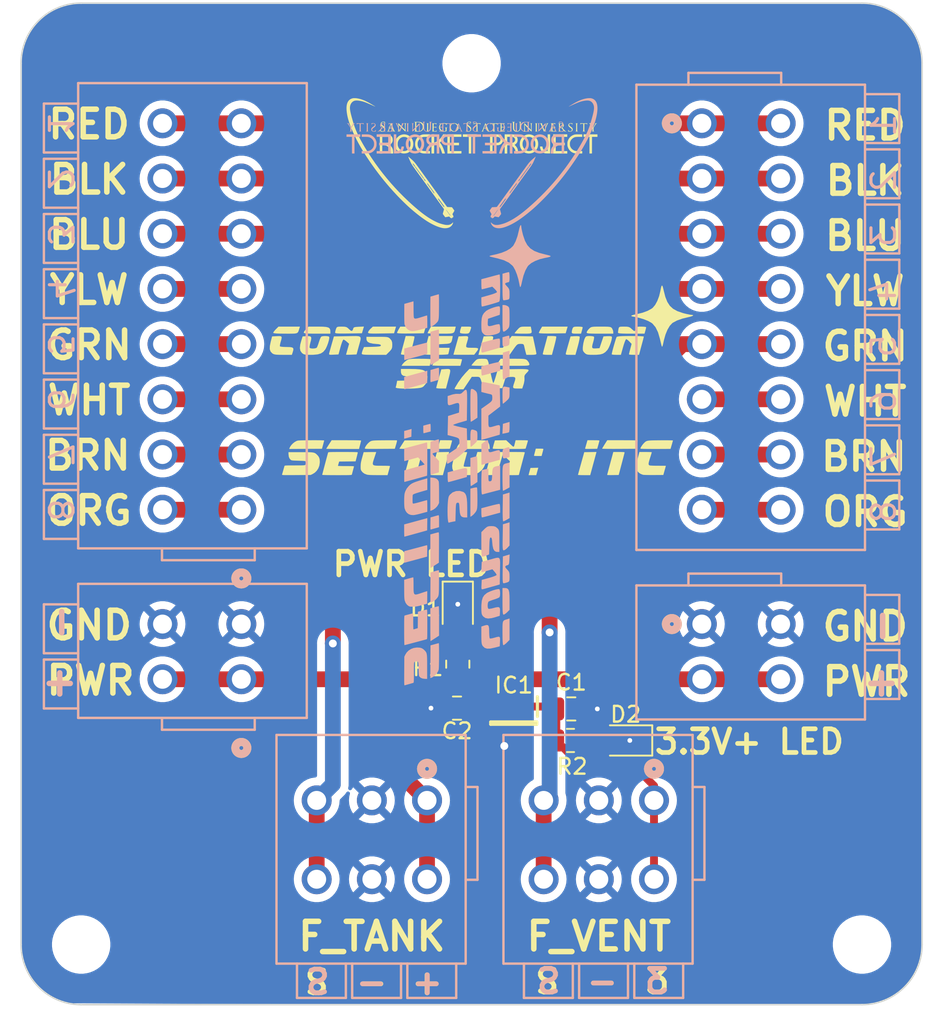
<source format=kicad_pcb>
(kicad_pcb (version 20240108) (generator "pcbnew") (generator_version "8.0")
  (layers (0 "F.Cu" signal) (31 "B.Cu" power) (34 "B.Paste" user) (35 "F.Paste" user) (36 "B.SilkS" user "B.Silkscreen") (37 "F.SilkS" user "F.Silkscreen") (38 "B.Mask" user) (39 "F.Mask" user) (44 "Edge.Cuts" user))
  (net 0 "")
  (net 1 "+3.3V")
  (net 2 "GND")
  (net 3 "VBUS")
  (net 4 "Net-(D1-A)")
  (net 5 "Net-(D2-A)")
  (net 6 "MOV")
  (net 7 "ENG_CHAMBER")
  (net 8 "MFV")
  (net 9 "unconnected-(J2-7_1-Pad13)")
  (net 10 "unconnected-(J2-8_1-Pad15)")
  (net 11 "unconnected-(J2-6_1-Pad11)")
  (net 12 "F_VENT")
  (net 13 "F_TANK")
  (net 14 "unconnected-(J1-2_1-Pad3)")
  (net 15 "unconnected-(J1-1_1-Pad1)")
  (net 16 "unconnected-(J1-3_1-Pad5)")
  (net 17 "unconnected-(J1-5_1-Pad9)")
  (net 18 "unconnected-(J1-4_1-Pad7)")
  (footprint "MountingHole:MountingHole_3.2mm_M3" (layer "F.Cu") (at 78.74 85.09)
    (property "Reference" "H2" (hide yes))
    (property "Value" "MountingHole")
    (pad "" np_thru_hole circle (at 0 0) (size 3.2 3.2) (drill 3.2) (layers "*.Cu" "*.Mask"))
  )
  (footprint "LOGO" (layer "F.Cu") (at 54.335163 54.241884)
    (property "Reference" "G***" (hide yes))
    (property "Value" "LOGO" (hide yes))
  )
  (footprint "Resistor_SMD:R_0805_2012Metric" (layer "F.Cu") (at 53.1 67.3125 90)
    (property "Reference" "R1" (at -0.2375 -1.9 0) (layer "F.SilkS"))
    (property "Value" "470")
    (pad "1" smd roundrect (at -0.9125 0 90) (size 1.025 1.4) (layers "F.Cu" "F.Paste" "F.Mask") (roundrect_rratio 0.243902) (net 3 "VBUS"))
    (pad "2" smd roundrect (at 0.9125 0 90) (size 1.025 1.4) (layers "F.Cu" "F.Paste" "F.Mask") (roundrect_rratio 0.243902) (net 4 "Net-(D1-A)"))
  )
  (footprint "SDSU RP:RP_Logo" (layer "F.Cu") (at 54 35.55)
    (property "Reference" "G***" (hide yes))
    (property "Value" "LOGO" (hide yes))
  )
  (footprint "TLV76033DBZR:SOT95P237X112-3N" (layer "F.Cu") (at 56.65 71.05 -90)
    (property "Reference" "IC1" (at -2.4 0 0) (layer "F.SilkS"))
    (property "Value" "TLV76033DBZR" (hide yes))
    (pad "1" smd rect (at -1.050001 -0.95) (size 0.6 1.25) (layers "F.Cu" "F.Paste" "F.Mask") (net 1 "+3.3V"))
    (pad "2" smd rect (at -1.050001 0.95) (size 0.6 1.25) (layers "F.Cu" "F.Paste" "F.Mask") (net 3 "VBUS"))
    (pad "3" smd rect (at 1.05 0) (size 0.6 1.25) (layers "F.Cu" "F.Paste" "F.Mask") (net 2 "GND"))
  )
  (footprint "Capacitor_SMD:C_0805_2012Metric" (layer "F.Cu") (at 53.05 70.1 180)
    (property "Reference" "C2" (at 0 -1.45 0) (layer "F.SilkS"))
    (property "Value" "0.1uF")
    (pad "1" smd roundrect (at -0.949999 0 180) (size 1 1.45) (layers "F.Cu" "F.Paste" "F.Mask") (net 3 "VBUS"))
    (pad "2" smd roundrect (at 0.949999 0 180) (size 1 1.45) (layers "F.Cu" "F.Paste" "F.Mask") (net 2 "GND"))
  )
  (footprint "MountingHole:MountingHole_3.2mm_M3" (layer "F.Cu") (at 29.21 85.09)
    (property "Reference" "H1" (hide yes))
    (property "Value" "MountingHole")
    (pad "" np_thru_hole circle (at 0 0) (size 3.2 3.2) (drill 3.2) (layers "*.Cu" "*.Mask"))
  )
  (footprint "Resistor_SMD:R_0805_2012Metric" (layer "F.Cu") (at 60.249998 72.15)
    (property "Reference" "R2" (at 0.100002 1.65 0) (layer "F.SilkS"))
    (property "Value" "75")
    (pad "1" smd roundrect (at -0.9125 0) (size 1.025 1.4) (layers "F.Cu" "F.Paste" "F.Mask") (roundrect_rratio 0.243902) (net 1 "+3.3V"))
    (pad "2" smd roundrect (at 0.9125 0) (size 1.025 1.4) (layers "F.Cu" "F.Paste" "F.Mask") (roundrect_rratio 0.243902) (net 5 "Net-(D2-A)"))
  )
  (footprint "LED_SMD:LED_0805_2012Metric" (layer "F.Cu") (at 53.1 63.7625 -90)
    (property "Reference" "D1" (at 0 2.05 0) (layer "F.SilkS"))
    (property "Value" "GREEN")
    (pad "1" smd roundrect (at -0.937501 0 270) (size 0.975 1.4) (layers "F.Cu" "F.Paste" "F.Mask") (net 2 "GND"))
    (pad "2" smd roundrect (at 0.937501 0 270) (size 0.975 1.4) (layers "F.Cu" "F.Paste" "F.Mask") (net 4 "Net-(D1-A)"))
  )
  (footprint "LOGO" (layer "F.Cu") (at 54.810222 46.307107)
    (property "Reference" "G***" (hide yes))
    (property "Value" "LOGO" (hide yes))
  )
  (footprint "LED_SMD:LED_0805_2012Metric" (layer "F.Cu") (at 63.749999 72.15 180)
    (property "Reference" "D2" (at 0 1.65 180) (layer "F.SilkS"))
    (property "Value" "RED")
    (pad "1" smd roundrect (at -0.937501 0 180) (size 0.975 1.4) (layers "F.Cu" "F.Paste" "F.Mask") (net 2 "GND"))
    (pad "2" smd roundrect (at 0.937501 0 180) (size 0.975 1.4) (layers "F.Cu" "F.Paste" "F.Mask") (net 5 "Net-(D2-A)"))
  )
  (footprint "Capacitor_SMD:C_0805_2012Metric" (layer "F.Cu") (at 60.299999 70.15)
    (property "Reference" "C1" (at 0 -1.679999 0) (layer "F.SilkS"))
    (property "Value" "0.1uF")
    (pad "1" smd roundrect (at -0.949999 0) (size 1 1.45) (layers "F.Cu" "F.Paste" "F.Mask") (net 1 "+3.3V"))
    (pad "2" smd roundrect (at 0.949999 0) (size 1 1.45) (layers "F.Cu" "F.Paste" "F.Mask") (net 2 "GND"))
  )
  (footprint "MountingHole:MountingHole_3.2mm_M3" (layer "F.Cu") (at 53.975 29.21)
    (property "Reference" "H3" (hide yes))
    (property "Value" "MountingHole")
    (pad "" np_thru_hole circle (at 0 0) (size 3.2 3.2) (drill 3.2) (layers "*.Cu" "*.Mask"))
  )
  (footprint "Wago_2601_1108:CONN8_2601-1108_WAG" (layer "B.Cu") (at 39.37 57.520005 90)
    (property "Reference" "J1" (hide yes))
    (property "Value" "SIGNAL_OUT")
    (pad "1" thru_hole circle (at 0 0 90) (size 1.9 1.9) (drill 1.2) (layers "*.Cu" "*.Mask") (net 15 "unconnected-(J1-1_1-Pad1)"))
    (pad "2" thru_hole circle (at 0 -5 90) (size 1.9 1.9) (drill 1.2) (layers "*.Cu" "*.Mask") (net 15 "unconnected-(J1-1_1-Pad1)"))
    (pad "3" thru_hole circle (at 3.5 0 90) (size 1.9 1.9) (drill 1.2) (layers "*.Cu" "*.Mask") (net 14 "unconnected-(J1-2_1-Pad3)"))
    (pad "4" thru_hole circle (at 3.500001 -4.999999 90) (size 1.9 1.9) (drill 1.2) (layers "*.Cu" "*.Mask") (net 14 "unconnected-(J1-2_1-Pad3)"))
    (pad "5" thru_hole circle (at 7.000002 0 90) (size 1.9 1.9) (drill 1.2) (layers "*.Cu" "*.Mask") (net 16 "unconnected-(J1-3_1-Pad5)"))
    (pad "6" thru_hole circle (at 7.000002 -5 90) (size 1.9 1.9) (drill 1.2) (layers "*.Cu" "*.Mask") (net 16 "unconnected-(J1-3_1-Pad5)"))
    (pad "7" thru_hole circle (at 10.500003 0 90) (size 1.9 1.9) (drill 1.2) (layers "*.Cu" "*.Mask") (net 18 "unconnected-(J1-4_1-Pad7)"))
    (pad "8" thru_hole circle (at 10.500003 -5 90) (size 1.9 1.9) (drill 1.2) (layers "*.Cu" "*.Mask") (net 18 "unconnected-(J1-4_1-Pad7)"))
    (pad "9" thru_hole circle (at 14.000003 0 90) (size 1.9 1.9) (drill 1.2) (layers "*.Cu" "*.Mask") (net 17 "unconnected-(J1-5_1-Pad9)"))
    (pad "10" thru_hole circle (at 14.000003 -5 90) (size 1.9 1.9) (drill 1.2) (layers "*.Cu" "*.Mask") (net 17 "unconnected-(J1-5_1-Pad9)"))
    (pad "11" thru_hole circle (at 17.500003 0 90) (size 1.9 1.9) (drill 1.2) (layers "*.Cu" "*.Mask") (net 8 "MFV"))
    (pad "12" thru_hole circle (at 17.500003 -5 90) (size 1.9 1.9) (drill 1.2) (layers "*.Cu" "*.Mask") (net 8 "MFV"))
    (pad "13" thru_hole circle (at 21.000004 0 90) (size 1.9 1.9) (drill 1.2) (layers "*.Cu" "*.Mask") (net 6 "MOV"))
    (pad "14" thru_hole circle (at 21.000004 -5 90) (size 1.9 1.9) (drill 1.2) (layers "*.Cu" "*.Mask") (net 6 "MOV"))
    (pad "15" thru_hole circle (at 24.500005 0 90) (size 1.9 1.9) (drill 1.2) (layers "*.Cu" "*.Mask") (net 7 "ENG_CHAMBER"))
    (pad "16" thru_hole circle (at 24.500005 -5 90) (size 1.9 1.9) (drill 1.2) (layers "*.Cu" "*.Mask") (net 7 "ENG_CHAMBER"))
  )
  (footprint "Wago_2601_1102:CONN2_2601-1102_WAG" (layer "B.Cu") (at 68.58 64.77 -90)
    (property "Reference" "J4" (hide yes))
    (property "Value" "PWR IN")
    (pad "1" thru_hole circle (at 0 0 270) (size 1.9 1.9) (drill 1.2) (layers "*.Cu" "*.Mask") (net 2 "GND"))
    (pad "2" thru_hole circle (at 0 -5 270) (size 1.9 1.9) (drill 1.2) (layers "*.Cu" "*.Mask") (net 2 "GND"))
    (pad "3" thru_hole circle (at 3.5 0 270) (size 1.9 1.9) (drill 1.2) (layers "*.Cu" "*.Mask") (net 3 "VBUS"))
    (pad "4" thru_hole circle (at 3.5 -5 270) (size 1.9 1.9) (drill 1.2) (layers "*.Cu" "*.Mask") (net 3 "VBUS"))
  )
  (footprint "Wago_2601_1102:CONN2_2601-1102_WAG" (layer "B.Cu") (at 39.37 68.27 90)
    (property "Reference" "J3" (hide yes))
    (property "Value" "PWR IN")
    (pad "1" thru_hole circle (at 0 0 90) (size 1.9 1.9) (drill 1.2) (layers "*.Cu" "*.Mask") (net 3 "VBUS"))
    (pad "2" thru_hole circle (at 0 -5 90) (size 1.9 1.9) (drill 1.2) (layers "*.Cu" "*.Mask") (net 3 "VBUS"))
    (pad "3" thru_hole circle (at 3.5 0 90) (size 1.9 1.9) (drill 1.2) (layers "*.Cu" "*.Mask") (net 2 "GND"))
    (pad "4" thru_hole circle (at 3.5 -5 90) (size 1.9 1.9) (drill 1.2) (layers "*.Cu" "*.Mask") (net 2 "GND"))
  )
  (footprint "Wago_2601_1103:CONN3_2601-1103_WAG" (layer "B.Cu") (at 51.15 75.95 180)
    (property "Reference" "J6" (hide yes))
    (property "Value" "PT_1")
    (pad "1" thru_hole circle (at 0 0 180) (size 1.9 1.9) (drill 1.2) (layers "*.Cu" "*.Mask") (net 3 "VBUS"))
    (pad "2" thru_hole circle (at 0 -5 180) (size 1.9 1.9) (drill 1.2) (layers "*.Cu" "*.Mask") (net 3 "VBUS"))
    (pad "3" thru_hole circle (at 3.5 0 180) (size 1.9 1.9) (drill 1.2) (layers "*.Cu" "*.Mask") (net 2 "GND"))
    (pad "4" thru_hole circle (at 3.5 -5 180) (size 1.9 1.9) (drill 1.2) (layers "*.Cu" "*.Mask") (net 2 "GND"))
    (pad "5" thru_hole circle (at 7.000001 0 180) (size 1.9 1.9) (drill 1.2) (layers "*.Cu" "*.Mask") (net 13 "F_TANK"))
    (pad "6" thru_hole circle (at 7.000001 -5 180) (size 1.9 1.9) (drill 1.2) (layers "*.Cu" "*.Mask") (net 13 "F_TANK"))
  )
  (footprint "LOGO" (layer "B.Cu") (at 55.986016 52.691485 90)
    (property "Reference" "G***" (hide yes))
    (property "Value" "LOGO" (hide yes))
  )
  (footprint "Wago_2601_1108:CONN8_2601-1108_WAG" (layer "B.Cu") (at 68.58 33.02 -90)
    (property "Reference" "J2" (hide yes))
    (property "Value" "SIGNAL_OUT")
    (pad "1" thru_hole circle (at 0 0 270) (size 1.9 1.9) (drill 1.2) (layers "*.Cu" "*.Mask") (net 7 "ENG_CHAMBER"))
    (pad "2" thru_hole circle (at 0 -5 270) (size 1.9 1.9) (drill 1.2) (layers "*.Cu" "*.Mask") (net 7 "ENG_CHAMBER"))
    (pad "3" thru_hole circle (at 3.5 0 270) (size 1.9 1.9) (drill 1.2) (layers "*.Cu" "*.Mask") (net 6 "MOV"))
    (pad "4" thru_hole circle (at 3.500001 -4.999999 270) (size 1.9 1.9) (drill 1.2) (layers "*.Cu" "*.Mask") (net 6 "MOV"))
    (pad "5" thru_hole circle (at 7.000002 0 270) (size 1.9 1.9) (drill 1.2) (layers "*.Cu" "*.Mask") (net 8 "MFV"))
    (pad "6" thru_hole circle (at 7.000002 -5 270) (size 1.9 1.9) (drill 1.2) (layers "*.Cu" "*.Mask") (net 8 "MFV"))
    (pad "7" thru_hole circle (at 10.500003 0 270) (size 1.9 1.9) (drill 1.2) (layers "*.Cu" "*.Mask") (net 13 "F_TANK"))
    (pad "8" thru_hole circle (at 10.500003 -5 270) (size 1.9 1.9) (drill 1.2) (layers "*.Cu" "*.Mask") (net 13 "F_TANK"))
    (pad "9" thru_hole circle (at 14.000003 0 270) (size 1.9 1.9) (drill 1.2) (layers "*.Cu" "*.Mask") (net 12 "F_VENT"))
    (pad "10" thru_hole circle (at 14.000003 -5 270) (size 1.9 1.9) (drill 1.2) (layers "*.Cu" "*.Mask") (net 12 "F_VENT"))
    (pad "11" thru_hole circle (at 17.500003 0 270) (size 1.9 1.9) (drill 1.2) (layers "*.Cu" "*.Mask") (net 11 "unconnected-(J2-6_1-Pad11)"))
    (pad "12" thru_hole circle (at 17.500003 -5 270) (size 1.9 1.9) (drill 1.2) (layers "*.Cu" "*.Mask") (net 11 "unconnected-(J2-6_1-Pad11)"))
    (pad "13" thru_hole circle (at 21.000004 0 270) (size 1.9 1.9) (drill 1.2) (layers "*.Cu" "*.Mask") (net 9 "unconnected-(J2-7_1-Pad13)"))
    (pad "14" thru_hole circle (at 21.000004 -5 270) (size 1.9 1.9) (drill 1.2) (layers "*.Cu" "*.Mask") (net 9 "unconnected-(J2-7_1-Pad13)"))
    (pad "15" thru_hole circle (at 24.500005 0 270) (size 1.9 1.9) (drill 1.2) (layers "*.Cu" "*.Mask") (net 10 "unconnected-(J2-8_1-Pad15)"))
    (pad "16" thru_hole circle (at 24.500005 -5 270) (size 1.9 1.9) (drill 1.2) (layers "*.Cu" "*.Mask") (net 10 "unconnected-(J2-8_1-Pad15)"))
  )
  (footprint "Wago_2601_1103:CONN3_2601-1103_WAG" (layer "B.Cu") (at 65.545791 75.95 180)
    (property "Reference" "J5" (hide yes))
    (property "Value" "HALL_1")
    (pad "1" thru_hole circle (at 0 0 180) (size 1.9 1.9) (drill 1.2) (layers "*.Cu" "*.Mask") (net 1 "+3.3V"))
    (pad "2" thru_hole circle (at 0 -5 180) (size 1.9 1.9) (drill 1.2) (layers "*.Cu" "*.Mask") (net 1 "+3.3V"))
    (pad "3" thru_hole circle (at 3.5 0 180) (size 1.9 1.9) (drill 1.2) (layers "*.Cu" "*.Mask") (net 2 "GND"))
    (pad "4" thru_hole circle (at 3.5 -5 180) (size 1.9 1.9) (drill 1.2) (layers "*.Cu" "*.Mask") (net 2 "GND"))
    (pad "5" thru_hole circle (at 7.000001 0 180) (size 1.9 1.9) (drill 1.2) (layers "*.Cu" "*.Mask") (net 12 "F_VENT"))
    (pad "6" thru_hole circle (at 7.000001 -5 180) (size 1.9 1.9) (drill 1.2) (layers "*.Cu" "*.Mask") (net 12 "F_VENT"))
  )
  (footprint "SDSU RP:RP_Logo" (layer "B.Cu") (at 54 35.55 180)
    (property "Reference" "G***" (hide yes))
    (property "Value" "LOGO" (hide yes))
  )
  (footprint "LOGO" (layer "B.Cu") (at 50.783526 56.270182 90)
    (property "Reference" "G***" (hide yes))
    (property "Value" "LOGO" (hide yes))
  )
  (gr_line (start 25.4 85.09) (end 25.4 29.21) (stroke (width 0.1)) (layer "Edge.Cuts"))
  (gr_arc (start 29.21 88.9) (mid 26.515923 87.784077) (end 25.4 85.09) (stroke (width 0.1)) (layer "Edge.Cuts"))
  (gr_arc (start 82.55 85.09) (mid 81.434077 87.784077) (end 78.74 88.9) (stroke (width 0.1)) (layer "Edge.Cuts"))
  (gr_arc (start 25.4 29.21) (mid 26.515923 26.515923) (end 29.21 25.4) (stroke (width 0.1)) (layer "Edge.Cuts"))
  (gr_line (start 78.74 88.9) (end 29.21 88.9) (stroke (width 0.1)) (layer "Edge.Cuts"))
  (gr_line (start 82.55 29.21) (end 82.55 85.09) (stroke (width 0.1)) (layer "Edge.Cuts"))
  (gr_arc (start 78.74 25.4) (mid 81.434077 26.515923) (end 82.55 29.21) (stroke (width 0.1)) (layer "Edge.Cuts"))
  (gr_line (start 29.21 25.4) (end 78.74 25.4) (stroke (width 0.1)) (layer "Edge.Cuts"))
  (gr_text "3" (at 65.720791 88.3 -0) (layer "B.SilkS") (effects (font (size 1.5 1.5) (thickness 0.3) (bold yes)) (justify bottom mirror)))
  (gr_text "1" (at 81 32.3 90) (layer "B.SilkS") (effects (font (size 1.5 1.5) (thickness 0.2)) (justify left bottom mirror)))
  (gr_text "5" (at 27 47.884286 -90) (layer "B.SilkS") (effects (font (size 1.5 1.5) (thickness 0.2)) (justify left bottom mirror)))
  (gr_text "7" (at 27 54.884286 -90) (layer "B.SilkS") (effects (font (size 1.5 1.5) (thickness 0.2)) (justify left bottom mirror)))
  (gr_text "5" (at 81 46.300004 90) (layer "B.SilkS") (effects (font (size 1.5 1.5) (thickness 0.2)) (justify left bottom mirror)))
  (gr_text "+" (at 51.170791 88.35 0) (layer "B.SilkS") (effects (font (size 1.5 1.5) (thickness 0.3) (bold yes)) (justify bottom mirror)))
  (gr_text "2" (at 27 37.384286 -90) (layer "B.SilkS") (effects (font (size 1.5 1.5) (thickness 0.2)) (justify left bottom mirror)))
  (gr_text "S" (at 58.870791 88.3 -0) (layer "B.SilkS") (effects (font (size 1.5 1.5) (thickness 0.3) (bold yes)) (justify bottom mirror)))
  (gr_text "-" (at 47.620792 88.35 -0) (layer "B.SilkS") (effects (font (size 1.5 1.5) (thickness 0.3) (bold yes)) (justify bottom mirror)))
  (gr_text "8" (at 27 58.384291 -90) (layer "B.SilkS") (effects (font (size 1.5 1.5) (thickness 0.2)) (justify left bottom mirror)))
  (gr_text "3" (at 27 40.884286 -90) (layer "B.SilkS") (effects (font (size 1.5 1.5) (thickness 0.2)) (justify left bottom mirror)))
  (gr_text "-" (at 28.875 63.336667 90) (layer "B.SilkS") (effects (font (size 1.75 1.75) (thickness 0.35) (bold yes)) (justify left bottom mirror)))
  (gr_text "-" (at 62.270792 88.3 -0) (layer "B.SilkS") (effects (font (size 1.5 1.5) (thickness 0.3) (bold yes)) (justify bottom mirror)))
  (gr_text "+" (at 79.975 69.432 0) (layer "B.SilkS") (effects (font (size 1.75 1.75) (thickness 0.35) (bold yes)) (justify bottom mirror)))
  (gr_text "6" (at 81 49.800005 90) (layer "B.SilkS") (effects (font (size 1.5 1.5) (thickness 0.2)) (justify left bottom mirror)))
  (gr_text "6" (at 27 51.384286 -90) (layer "B.SilkS") (effects (font (size 1.5 1.5) (thickness 0.2)) (justify left bottom mirror)))
  (gr_text "8" (at 81 56.800005 90) (layer "B.SilkS") (effects (font (size 1.5 1.5) (thickness 0.2)) (justify left bottom mirror)))
  (gr_text "+" (at 27.85 69.432 0) (layer "B.SilkS") (effects (font (size 1.75 1.75) (thickness 0.35) (bold yes)) (justify bottom mirror)))
  (gr_text "3" (at 81 39.300005 90) (layer "B.SilkS") (effects (font (size 1.5 1.5) (thickness 0.2)) (justify left bottom mirror)))
  (gr_text "-" (at 79.15 66.203334 -90) (layer "B.SilkS") (effects (font (size 1.75 1.75) (thickness 0.35) (bold yes)) (justify left bottom mirror)))
  (gr_text "4" (at 81 42.800005 90) (layer "B.SilkS") (effects (font (size 1.5 1.5) (thickness 0.2)) (justify left bottom mirror)))
  (gr_text "S" (at 44.220791 88.35 -0) (layer "B.SilkS") (effects (font (size 1.5 1.5) (thickness 0.3) (bold yes)) (justify bottom mirror)))
  (gr_text "2" (at 81 35.800005 90) (layer "B.SilkS") (effects (font (size 1.5 1.5) (thickness 0.2)) (justify left bottom mirror)))
  (gr_text "4" (at 27 44.384286 -90) (layer "B.SilkS") (effects (font (size 1.5 1.5) (thickness 0.2)) (justify left bottom mirror)))
  (gr_text "7" (at 81 53.300005 90) (layer "B.SilkS") (effects (font (size 1.5 1.5) (thickness 0.2)) (justify left bottom mirror)))
  (gr_text "1" (at 27 33.884286 -90) (layer "B.SilkS") (effects (font (size 1.5 1.5) (thickness 0.2)) (justify left bottom mirror)))
  (gr_text "RED" (at 76.166667 34.182 0) (layer "F.SilkS") (effects (font (size 1.75 1.75) (thickness 0.35) (bold yes)) (justify left bottom)))
  (gr_text "ORG" (at 26.816667 58.607005 0) (layer "F.SilkS") (effects (font (size 1.75 1.75) (thickness 0.35) (bold yes)) (justify left bottom)))
  (gr_text "3" (at 65.770791 88.3 0) (layer "F.SilkS") (effects (font (size 1.5 1.5) (thickness 0.3) (bold yes)) (justify bottom)))
  (gr_text "BLU" (at 26.983333 41.107 0) (layer "F.SilkS") (effects (font (size 1.75 1.75) (thickness 0.35) (bold yes)) (justify left bottom)))
  (gr_text "YLW" (at 27.025 44.607 0) (layer "F.SilkS") (effects (font (size 1.75 1.75) (thickness 0.35) (bold yes)) (justify left bottom)))
  (gr_text "GND" (at 26.825 65.875 0) (layer "F.SilkS") (effects (font (size 1.75 1.75) (thickness 0.35) (bold yes)) (justify left bottom)))
  (gr_text "BRN" (at 75.958333 55.182 0) (layer "F.SilkS") (effects (font (size 1.75 1.75) (thickness 0.35) (bold yes)) (justify left bottom)))
  (gr_text "BLK" (at 76.25 37.682 0) (layer "F.SilkS") (effects (font (size 1.75 1.75) (thickness 0.35) (bold yes)) (justify left bottom)))
  (gr_text "RED" (at 26.941667 34.107 0) (layer "F.SilkS") (effects (font (size 1.75 1.75) (thickness 0.35) (bold yes)) (justify left bottom)))
  (gr_text "+" (at 51.15 88.35 0) (layer "F.SilkS") (effects (font (size 1.5 1.5) (thickness 0.3) (bold yes)) (justify bottom)))
  (gr_text "PWR LED" (at 45 61.85 0) (layer "F.SilkS") (effects (font (size 1.5 1.5) (thickness 0.3) (bold yes)) (justify left bottom)))
  (gr_text "S" (at 44.149999 88.35 0) (layer "F.SilkS") (effects (font (size 1.5 1.5) (thickness 0.3) (bold yes)) (justify bottom)))
  (gr_text "F_TANK" (at 47.65 85.6 0) (layer "F.SilkS") (effects (font (size 1.75 1.75) (thickness 0.35) (bold yes)) (justify bottom)))
  (gr_text "-" (at 47.65 88.35 0) (layer "F.SilkS") (effects (font (size 1.5 1.5) (thickness 0.3) (bold yes)) (justify bottom)))
  (gr_text "BLU" (at 76.208333 41.182 0) (layer "F.SilkS") (effects (font (size 1.75 1.75) (thickness 0.35) (bold yes)) (justify left bottom)))
  (gr_text "YLW" (at 76.25 44.682 0) (layer "F.SilkS") (effects (font (size 1.75 1.75) (thickness 0.35) (bold yes)) (justify left bottom)))
  (gr_text "PWR" (at 76.05 69.45 0) (layer "F.SilkS") (effects (font (size 1.75 1.75) (thickness 0.35) (bold yes)) (justify left bottom)))
  (gr_text "GRN" (at 26.816667 48.107 0) (layer "F.SilkS") (effects (font (size 1.75 1.75) (thickness 0.35) (bold yes)) (justify left bottom)))
  (gr_text "S" (at 58.77079 88.3 0) (layer "F.SilkS") (effects (font (size 1.5 1.5) (thickness 0.3) (bold yes)) (justify bottom)))
  (gr_text "BLK" (at 27.025 37.607 0) (layer "F.SilkS") (effects (font (size 1.75 1.75) (thickness 0.35) (bold yes)) (justify left bottom)))
  (gr_text "ORG" (at 76.041667 58.682005 0) (layer "F.SilkS") (effects (font (size 1.75 1.75) (thickness 0.35) (bold yes)) (justify left bottom)))
  (gr_text "3.3V+ LED" (at 65.434998 73.11 0) (layer "F.SilkS") (effects (font (size 1.5 1.5) (thickness 0.3) (bold yes)) (justify left bottom)))
  (gr_text "WHT" (at 26.9 51.607 0) (layer "F.SilkS") (effects (font (size 1.75 1.75) (thickness 0.35) (bold yes)) (justify left bottom)))
  (gr_text "-" (at 62.270791 88.3 0) (layer "F.SilkS") (effects (font (size 1.5 1.5) (thickness 0.3) (bold yes)) (justify bottom)))
  (gr_text "F_VENT" (at 62.045791 85.6 0) (layer "F.SilkS") (effects (font (size 1.75 1.75) (thickness 0.35) (bold yes)) (justify bottom)))
  (gr_text "BRN" (at 26.733333 55.107 0) (layer "F.SilkS") (effects (font (size 1.75 1.75) (thickness 0.35) (bold yes)) (justify left bottom)))
  (gr_text "PWR" (at 26.825 69.375 0) (layer "F.SilkS") (effects (font (size 1.75 1.75) (thickness 0.35) (bold yes)) (justify left bottom)))
  (gr_text "GND" (at 76.05 65.95 0) (layer "F.SilkS") (effects (font (size 1.75 1.75) (thickness 0.35) (bold yes)) (justify left bottom)))
  (gr_text "GRN" (at 76.041667 48.182 0) (layer "F.SilkS") (effects (font (size 1.75 1.75) (thickness 0.35) (bold yes)) (justify left bottom)))
  (gr_text "WHT" (at 76.125 51.682 0) (layer "F.SilkS") (effects (font (size 1.75 1.75) (thickness 0.35) (bold yes)) (justify left bottom)))
  (segment (start 61.162498 73.975) (end 64.5 73.975) (width 0.5) (layer "F.Cu") (net 1))
  (segment (start 59.35 72.137498) (end 59.337498 72.15) (width 0.5) (layer "F.Cu") (net 1))
  (segment (start 59.35 70.15) (end 59.35 72.137498) (width 0.5) (layer "F.Cu") (net 1))
  (segment (start 64.5 73.975) (end 65.545791 75.020791) (width 0.5) (layer "F.Cu") (net 1))
  (segment (start 59.337498 72.15) (end 61.162498 73.975) (width 0.5) (layer "F.Cu") (net 1))
  (segment (start 57.6 69.999999) (end 59.199999 69.999999) (width 0.5) (layer "F.Cu") (net 1))
  (segment (start 59.199999 69.999999) (end 59.35 70.15) (width 0.5) (layer "F.Cu") (net 1))
  (segment (start 65.545791 75.020791) (end 65.545791 75.95) (width 0.5) (layer "F.Cu") (net 1))
  (segment (start 65.545791 75.95) (end 65.545791 80.95) (width 0.5) (layer "F.Cu") (net 1))
  (segment (start 64.687501 72.15) (end 64.012499 72.15) (width 0.5) (layer "F.Cu") (net 2))
  (segment (start 61.249998 70.15) (end 61.95 70.15) (width 0.5) (layer "F.Cu") (net 2))
  (segment (start 56.65 72.1) (end 56.45 72.1) (width 0.75) (layer "F.Cu") (net 2))
  (segment (start 52.100001 70.1) (end 51.4 70.1) (width 0.5) (layer "F.Cu") (net 2))
  (segment (start 56.45 72.1) (end 56.05 72.5) (width 0.75) (layer "F.Cu") (net 2))
  (segment (start 53.1 62.824999) (end 53.1 63.5125) (width 0.5) (layer "F.Cu") (net 2))
  (via (at 61.95 70.15) (size 0.7) (drill 0.3) (layers "F.Cu" "B.Cu") (net 2))
  (via (at 64.012499 72.15) (size 0.7) (drill 0.3) (layers "F.Cu" "B.Cu") (net 2))
  (via (at 56.05 72.5) (size 1) (drill 0.5) (layers "F.Cu" "B.Cu") (net 2))
  (via (at 51.4 70.1) (size 0.7) (drill 0.3) (layers "F.Cu" "B.Cu") (net 2))
  (via (at 53.1 63.5125) (size 0.7) (drill 0.3) (layers "F.Cu" "B.Cu") (net 2))
  (segment (start 53.999999 69.124999) (end 53.1 68.225) (width 0.5) (layer "F.Cu") (net 3))
  (segment (start 53.999999 70.1) (end 55.599999 70.1) (width 0.5) (layer "F.Cu") (net 3))
  (segment (start 55.599999 70.1) (end 55.7 69.999999) (width 0.5) (layer "F.Cu") (net 3))
  (segment (start 49.75 74.55) (end 49.75 68.27) (width 1) (layer "F.Cu") (net 3))
  (segment (start 51.15 80.95) (end 51.15 75.95) (width 1) (layer "F.Cu") (net 3))
  (segment (start 53.999999 70.1) (end 53.999999 69.124999) (width 0.5) (layer "F.Cu") (net 3))
  (segment (start 51.15 75.95) (end 49.75 74.55) (width 1) (layer "F.Cu") (net 3))
  (segment (start 49.75 68.27) (end 34.37 68.27) (width 1) (layer "F.Cu") (net 3))
  (segment (start 73.58 68.27) (end 49.75 68.27) (width 1) (layer "F.Cu") (net 3))
  (segment (start 53.1 66.4) (end 53.1 64.700001) (width 0.5) (layer "F.Cu") (net 4))
  (segment (start 61.162498 72.15) (end 62.812498 72.15) (width 0.5) (layer "F.Cu") (net 5))
  (segment (start 34.37 36.520001) (end 73.579999 36.520001) (width 1) (layer "F.Cu") (net 6))
  (segment (start 34.37 33.02) (end 73.58 33.02) (width 1) (layer "F.Cu") (net 7))
  (segment (start 34.37 40.020002) (end 73.58 40.020002) (width 1) (layer "F.Cu") (net 8))
  (segment (start 73.58 54.020004) (end 68.58 54.020004) (width 1) (layer "F.Cu") (net 9))
  (segment (start 68.58 57.520005) (end 73.58 57.520005) (width 1) (layer "F.Cu") (net 10))
  (segment (start 68.58 50.520003) (end 73.58 50.520003) (width 1) (layer "F.Cu") (net 11))
  (segment (start 58.54579 75.95) (end 58.54579 80.95) (width 1) (layer "F.Cu") (net 12))
  (segment (start 58.925 55.45) (end 58.925 65.3) (width 1) (layer "F.Cu") (net 12))
  (segment (start 68.58 47.020003) (end 67.354997 47.020003) (width 1) (layer "F.Cu") (net 12))
  (segment (start 73.58 47.020003) (end 68.58 47.020003) (width 1) (layer "F.Cu") (net 12))
  (segment (start 67.354997 47.020003) (end 58.925 55.45) (width 1) (layer "F.Cu") (net 12))
  (via (at 58.925 65.3) (size 1) (drill 0.5) (layers "F.Cu" "B.Cu") (net 12))
  (segment (start 58.925 75.57079) (end 58.54579 75.95) (width 1) (layer "B.Cu") (net 12))
  (segment (start 58.925 65.3) (end 58.925 75.57079) (width 1) (layer "B.Cu") (net 12))
  (segment (start 64.554997 43.520003) (end 68.58 43.520003) (width 1) (layer "F.Cu") (net 13))
  (segment (start 45.2 62.875) (end 64.554997 43.520003) (width 1) (layer "F.Cu") (net 13))
  (segment (start 45.175 66) (end 45.175 64.55) (width 1) (layer "F.Cu") (net 13))
  (segment (start 68.58 43.520003) (end 73.58 43.520003) (width 1) (layer "F.Cu") (net 13))
  (segment (start 45.175 64.55) (end 45.2 64.525) (width 1) (layer "F.Cu") (net 13))
  (segment (start 44.149999 75.95) (end 44.149999 80.95) (width 1) (layer "F.Cu") (net 13))
  (segment (start 45.2 64.525) (end 45.2 62.875) (width 1) (layer "F.Cu") (net 13))
  (via (at 45.175 66) (size 1) (drill 0.5) (layers "F.Cu" "B.Cu") (net 13))
  (segment (start 45.175 74.924999) (end 45.175 66) (width 1) (layer "B.Cu") (net 13))
  (segment (start 44.149999 75.95) (end 45.175 74.924999) (width 1) (layer "B.Cu") (net 13))
  (segment (start 34.370002 54.020005) (end 34.370001 54.020004) (width 1) (layer "F.Cu") (net 14))
  (segment (start 39.37 54.020005) (end 34.370002 54.020005) (width 1) (layer "F.Cu") (net 14))
  (segment (start 34.37 57.520005) (end 39.37 57.520005) (width 1) (layer "F.Cu") (net 15))
  (segment (start 34.37 50.520003) (end 39.37 50.520003) (width 1) (layer "F.Cu") (net 16))
  (segment (start 34.37 43.520002) (end 39.37 43.520002) (width 1) (layer "F.Cu") (net 17))
  (segment (start 34.37 47.020002) (end 39.37 47.020002) (width 1) (layer "F.Cu") (net 18))
  (zone (net 2) (net_name "GND") (layer "B.Cu") (connect_pads (clearance 0.5)) (min_thickness 0.25) (fill yes (thermal_gap 0.5) (thermal_bridge_width 0.5))
    (polygon (pts (xy 25.4 88.8) (xy 25.35 25.2) (xy 82.5 25.4) (xy 82.6 89.05)))
  )
)
</source>
